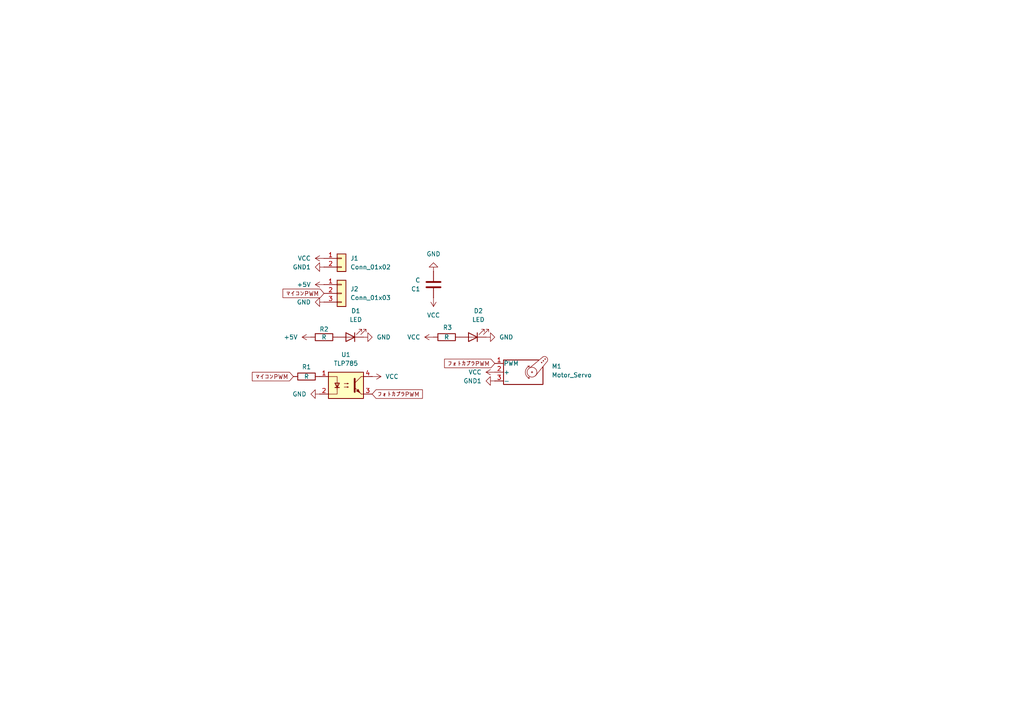
<source format=kicad_sch>
(kicad_sch
	(version 20231120)
	(generator "eeschema")
	(generator_version "8.0")
	(uuid "224f3757-c783-4d68-ba70-ee45364bed06")
	(paper "A4")
	(lib_symbols
		(symbol "Connector_Generic:Conn_01x02"
			(pin_names
				(offset 1.016) hide)
			(exclude_from_sim no)
			(in_bom yes)
			(on_board yes)
			(property "Reference" "J"
				(at 0 2.54 0)
				(effects
					(font
						(size 1.27 1.27)
					)
				)
			)
			(property "Value" "Conn_01x02"
				(at 0 -5.08 0)
				(effects
					(font
						(size 1.27 1.27)
					)
				)
			)
			(property "Footprint" ""
				(at 0 0 0)
				(effects
					(font
						(size 1.27 1.27)
					)
					(hide yes)
				)
			)
			(property "Datasheet" "~"
				(at 0 0 0)
				(effects
					(font
						(size 1.27 1.27)
					)
					(hide yes)
				)
			)
			(property "Description" "Generic connector, single row, 01x02, script generated (kicad-library-utils/schlib/autogen/connector/)"
				(at 0 0 0)
				(effects
					(font
						(size 1.27 1.27)
					)
					(hide yes)
				)
			)
			(property "ki_keywords" "connector"
				(at 0 0 0)
				(effects
					(font
						(size 1.27 1.27)
					)
					(hide yes)
				)
			)
			(property "ki_fp_filters" "Connector*:*_1x??_*"
				(at 0 0 0)
				(effects
					(font
						(size 1.27 1.27)
					)
					(hide yes)
				)
			)
			(symbol "Conn_01x02_1_1"
				(rectangle
					(start -1.27 -2.413)
					(end 0 -2.667)
					(stroke
						(width 0.1524)
						(type default)
					)
					(fill
						(type none)
					)
				)
				(rectangle
					(start -1.27 0.127)
					(end 0 -0.127)
					(stroke
						(width 0.1524)
						(type default)
					)
					(fill
						(type none)
					)
				)
				(rectangle
					(start -1.27 1.27)
					(end 1.27 -3.81)
					(stroke
						(width 0.254)
						(type default)
					)
					(fill
						(type background)
					)
				)
				(pin passive line
					(at -5.08 0 0)
					(length 3.81)
					(name "Pin_1"
						(effects
							(font
								(size 1.27 1.27)
							)
						)
					)
					(number "1"
						(effects
							(font
								(size 1.27 1.27)
							)
						)
					)
				)
				(pin passive line
					(at -5.08 -2.54 0)
					(length 3.81)
					(name "Pin_2"
						(effects
							(font
								(size 1.27 1.27)
							)
						)
					)
					(number "2"
						(effects
							(font
								(size 1.27 1.27)
							)
						)
					)
				)
			)
		)
		(symbol "Connector_Generic:Conn_01x03"
			(pin_names
				(offset 1.016) hide)
			(exclude_from_sim no)
			(in_bom yes)
			(on_board yes)
			(property "Reference" "J"
				(at 0 5.08 0)
				(effects
					(font
						(size 1.27 1.27)
					)
				)
			)
			(property "Value" "Conn_01x03"
				(at 0 -5.08 0)
				(effects
					(font
						(size 1.27 1.27)
					)
				)
			)
			(property "Footprint" ""
				(at 0 0 0)
				(effects
					(font
						(size 1.27 1.27)
					)
					(hide yes)
				)
			)
			(property "Datasheet" "~"
				(at 0 0 0)
				(effects
					(font
						(size 1.27 1.27)
					)
					(hide yes)
				)
			)
			(property "Description" "Generic connector, single row, 01x03, script generated (kicad-library-utils/schlib/autogen/connector/)"
				(at 0 0 0)
				(effects
					(font
						(size 1.27 1.27)
					)
					(hide yes)
				)
			)
			(property "ki_keywords" "connector"
				(at 0 0 0)
				(effects
					(font
						(size 1.27 1.27)
					)
					(hide yes)
				)
			)
			(property "ki_fp_filters" "Connector*:*_1x??_*"
				(at 0 0 0)
				(effects
					(font
						(size 1.27 1.27)
					)
					(hide yes)
				)
			)
			(symbol "Conn_01x03_1_1"
				(rectangle
					(start -1.27 -2.413)
					(end 0 -2.667)
					(stroke
						(width 0.1524)
						(type default)
					)
					(fill
						(type none)
					)
				)
				(rectangle
					(start -1.27 0.127)
					(end 0 -0.127)
					(stroke
						(width 0.1524)
						(type default)
					)
					(fill
						(type none)
					)
				)
				(rectangle
					(start -1.27 2.667)
					(end 0 2.413)
					(stroke
						(width 0.1524)
						(type default)
					)
					(fill
						(type none)
					)
				)
				(rectangle
					(start -1.27 3.81)
					(end 1.27 -3.81)
					(stroke
						(width 0.254)
						(type default)
					)
					(fill
						(type background)
					)
				)
				(pin passive line
					(at -5.08 2.54 0)
					(length 3.81)
					(name "Pin_1"
						(effects
							(font
								(size 1.27 1.27)
							)
						)
					)
					(number "1"
						(effects
							(font
								(size 1.27 1.27)
							)
						)
					)
				)
				(pin passive line
					(at -5.08 0 0)
					(length 3.81)
					(name "Pin_2"
						(effects
							(font
								(size 1.27 1.27)
							)
						)
					)
					(number "2"
						(effects
							(font
								(size 1.27 1.27)
							)
						)
					)
				)
				(pin passive line
					(at -5.08 -2.54 0)
					(length 3.81)
					(name "Pin_3"
						(effects
							(font
								(size 1.27 1.27)
							)
						)
					)
					(number "3"
						(effects
							(font
								(size 1.27 1.27)
							)
						)
					)
				)
			)
		)
		(symbol "Device:C"
			(pin_numbers hide)
			(pin_names
				(offset 0.254)
			)
			(exclude_from_sim no)
			(in_bom yes)
			(on_board yes)
			(property "Reference" "C"
				(at 0.635 2.54 0)
				(effects
					(font
						(size 1.27 1.27)
					)
					(justify left)
				)
			)
			(property "Value" "C"
				(at 0.635 -2.54 0)
				(effects
					(font
						(size 1.27 1.27)
					)
					(justify left)
				)
			)
			(property "Footprint" ""
				(at 0.9652 -3.81 0)
				(effects
					(font
						(size 1.27 1.27)
					)
					(hide yes)
				)
			)
			(property "Datasheet" "~"
				(at 0 0 0)
				(effects
					(font
						(size 1.27 1.27)
					)
					(hide yes)
				)
			)
			(property "Description" "Unpolarized capacitor"
				(at 0 0 0)
				(effects
					(font
						(size 1.27 1.27)
					)
					(hide yes)
				)
			)
			(property "ki_keywords" "cap capacitor"
				(at 0 0 0)
				(effects
					(font
						(size 1.27 1.27)
					)
					(hide yes)
				)
			)
			(property "ki_fp_filters" "C_*"
				(at 0 0 0)
				(effects
					(font
						(size 1.27 1.27)
					)
					(hide yes)
				)
			)
			(symbol "C_0_1"
				(polyline
					(pts
						(xy -2.032 -0.762) (xy 2.032 -0.762)
					)
					(stroke
						(width 0.508)
						(type default)
					)
					(fill
						(type none)
					)
				)
				(polyline
					(pts
						(xy -2.032 0.762) (xy 2.032 0.762)
					)
					(stroke
						(width 0.508)
						(type default)
					)
					(fill
						(type none)
					)
				)
			)
			(symbol "C_1_1"
				(pin passive line
					(at 0 3.81 270)
					(length 2.794)
					(name "~"
						(effects
							(font
								(size 1.27 1.27)
							)
						)
					)
					(number "1"
						(effects
							(font
								(size 1.27 1.27)
							)
						)
					)
				)
				(pin passive line
					(at 0 -3.81 90)
					(length 2.794)
					(name "~"
						(effects
							(font
								(size 1.27 1.27)
							)
						)
					)
					(number "2"
						(effects
							(font
								(size 1.27 1.27)
							)
						)
					)
				)
			)
		)
		(symbol "Device:LED"
			(pin_numbers hide)
			(pin_names
				(offset 1.016) hide)
			(exclude_from_sim no)
			(in_bom yes)
			(on_board yes)
			(property "Reference" "D"
				(at 0 2.54 0)
				(effects
					(font
						(size 1.27 1.27)
					)
				)
			)
			(property "Value" "LED"
				(at 0 -2.54 0)
				(effects
					(font
						(size 1.27 1.27)
					)
				)
			)
			(property "Footprint" ""
				(at 0 0 0)
				(effects
					(font
						(size 1.27 1.27)
					)
					(hide yes)
				)
			)
			(property "Datasheet" "~"
				(at 0 0 0)
				(effects
					(font
						(size 1.27 1.27)
					)
					(hide yes)
				)
			)
			(property "Description" "Light emitting diode"
				(at 0 0 0)
				(effects
					(font
						(size 1.27 1.27)
					)
					(hide yes)
				)
			)
			(property "ki_keywords" "LED diode"
				(at 0 0 0)
				(effects
					(font
						(size 1.27 1.27)
					)
					(hide yes)
				)
			)
			(property "ki_fp_filters" "LED* LED_SMD:* LED_THT:*"
				(at 0 0 0)
				(effects
					(font
						(size 1.27 1.27)
					)
					(hide yes)
				)
			)
			(symbol "LED_0_1"
				(polyline
					(pts
						(xy -1.27 -1.27) (xy -1.27 1.27)
					)
					(stroke
						(width 0.254)
						(type default)
					)
					(fill
						(type none)
					)
				)
				(polyline
					(pts
						(xy -1.27 0) (xy 1.27 0)
					)
					(stroke
						(width 0)
						(type default)
					)
					(fill
						(type none)
					)
				)
				(polyline
					(pts
						(xy 1.27 -1.27) (xy 1.27 1.27) (xy -1.27 0) (xy 1.27 -1.27)
					)
					(stroke
						(width 0.254)
						(type default)
					)
					(fill
						(type none)
					)
				)
				(polyline
					(pts
						(xy -3.048 -0.762) (xy -4.572 -2.286) (xy -3.81 -2.286) (xy -4.572 -2.286) (xy -4.572 -1.524)
					)
					(stroke
						(width 0)
						(type default)
					)
					(fill
						(type none)
					)
				)
				(polyline
					(pts
						(xy -1.778 -0.762) (xy -3.302 -2.286) (xy -2.54 -2.286) (xy -3.302 -2.286) (xy -3.302 -1.524)
					)
					(stroke
						(width 0)
						(type default)
					)
					(fill
						(type none)
					)
				)
			)
			(symbol "LED_1_1"
				(pin passive line
					(at -3.81 0 0)
					(length 2.54)
					(name "K"
						(effects
							(font
								(size 1.27 1.27)
							)
						)
					)
					(number "1"
						(effects
							(font
								(size 1.27 1.27)
							)
						)
					)
				)
				(pin passive line
					(at 3.81 0 180)
					(length 2.54)
					(name "A"
						(effects
							(font
								(size 1.27 1.27)
							)
						)
					)
					(number "2"
						(effects
							(font
								(size 1.27 1.27)
							)
						)
					)
				)
			)
		)
		(symbol "Device:R"
			(pin_numbers hide)
			(pin_names
				(offset 0)
			)
			(exclude_from_sim no)
			(in_bom yes)
			(on_board yes)
			(property "Reference" "R"
				(at 2.032 0 90)
				(effects
					(font
						(size 1.27 1.27)
					)
				)
			)
			(property "Value" "R"
				(at 0 0 90)
				(effects
					(font
						(size 1.27 1.27)
					)
				)
			)
			(property "Footprint" ""
				(at -1.778 0 90)
				(effects
					(font
						(size 1.27 1.27)
					)
					(hide yes)
				)
			)
			(property "Datasheet" "~"
				(at 0 0 0)
				(effects
					(font
						(size 1.27 1.27)
					)
					(hide yes)
				)
			)
			(property "Description" "Resistor"
				(at 0 0 0)
				(effects
					(font
						(size 1.27 1.27)
					)
					(hide yes)
				)
			)
			(property "ki_keywords" "R res resistor"
				(at 0 0 0)
				(effects
					(font
						(size 1.27 1.27)
					)
					(hide yes)
				)
			)
			(property "ki_fp_filters" "R_*"
				(at 0 0 0)
				(effects
					(font
						(size 1.27 1.27)
					)
					(hide yes)
				)
			)
			(symbol "R_0_1"
				(rectangle
					(start -1.016 -2.54)
					(end 1.016 2.54)
					(stroke
						(width 0.254)
						(type default)
					)
					(fill
						(type none)
					)
				)
			)
			(symbol "R_1_1"
				(pin passive line
					(at 0 3.81 270)
					(length 1.27)
					(name "~"
						(effects
							(font
								(size 1.27 1.27)
							)
						)
					)
					(number "1"
						(effects
							(font
								(size 1.27 1.27)
							)
						)
					)
				)
				(pin passive line
					(at 0 -3.81 90)
					(length 1.27)
					(name "~"
						(effects
							(font
								(size 1.27 1.27)
							)
						)
					)
					(number "2"
						(effects
							(font
								(size 1.27 1.27)
							)
						)
					)
				)
			)
		)
		(symbol "Isolator:TLP785"
			(pin_names
				(offset 1.016)
			)
			(exclude_from_sim no)
			(in_bom yes)
			(on_board yes)
			(property "Reference" "U"
				(at -5.08 5.08 0)
				(effects
					(font
						(size 1.27 1.27)
					)
					(justify left)
				)
			)
			(property "Value" "TLP785"
				(at 0 5.08 0)
				(effects
					(font
						(size 1.27 1.27)
					)
					(justify left)
				)
			)
			(property "Footprint" "Package_DIP:DIP-4_W7.62mm"
				(at -5.08 -5.08 0)
				(effects
					(font
						(size 1.27 1.27)
						(italic yes)
					)
					(justify left)
					(hide yes)
				)
			)
			(property "Datasheet" "https://toshiba.semicon-storage.com/info/docget.jsp?did=10569&prodName=TLP785"
				(at 0 0 0)
				(effects
					(font
						(size 1.27 1.27)
					)
					(justify left)
					(hide yes)
				)
			)
			(property "Description" "DC Optocoupler, Vce 80V, CTR 50-200%, DIP4"
				(at 0 0 0)
				(effects
					(font
						(size 1.27 1.27)
					)
					(hide yes)
				)
			)
			(property "ki_keywords" "NPN DC Optocoupler"
				(at 0 0 0)
				(effects
					(font
						(size 1.27 1.27)
					)
					(hide yes)
				)
			)
			(property "ki_fp_filters" "DIP*W7.62mm*"
				(at 0 0 0)
				(effects
					(font
						(size 1.27 1.27)
					)
					(hide yes)
				)
			)
			(symbol "TLP785_0_1"
				(rectangle
					(start -5.08 3.81)
					(end 5.08 -3.81)
					(stroke
						(width 0.254)
						(type default)
					)
					(fill
						(type background)
					)
				)
				(polyline
					(pts
						(xy -3.175 -0.635) (xy -1.905 -0.635)
					)
					(stroke
						(width 0.254)
						(type default)
					)
					(fill
						(type none)
					)
				)
				(polyline
					(pts
						(xy 2.54 0.635) (xy 4.445 2.54)
					)
					(stroke
						(width 0)
						(type default)
					)
					(fill
						(type none)
					)
				)
				(polyline
					(pts
						(xy 4.445 -2.54) (xy 2.54 -0.635)
					)
					(stroke
						(width 0)
						(type default)
					)
					(fill
						(type outline)
					)
				)
				(polyline
					(pts
						(xy 4.445 -2.54) (xy 5.08 -2.54)
					)
					(stroke
						(width 0)
						(type default)
					)
					(fill
						(type none)
					)
				)
				(polyline
					(pts
						(xy 4.445 2.54) (xy 5.08 2.54)
					)
					(stroke
						(width 0)
						(type default)
					)
					(fill
						(type none)
					)
				)
				(polyline
					(pts
						(xy -2.54 -0.635) (xy -2.54 -2.54) (xy -5.08 -2.54)
					)
					(stroke
						(width 0)
						(type default)
					)
					(fill
						(type none)
					)
				)
				(polyline
					(pts
						(xy 2.54 1.905) (xy 2.54 -1.905) (xy 2.54 -1.905)
					)
					(stroke
						(width 0.508)
						(type default)
					)
					(fill
						(type none)
					)
				)
				(polyline
					(pts
						(xy -5.08 2.54) (xy -2.54 2.54) (xy -2.54 -1.27) (xy -2.54 0.635)
					)
					(stroke
						(width 0)
						(type default)
					)
					(fill
						(type none)
					)
				)
				(polyline
					(pts
						(xy -2.54 -0.635) (xy -3.175 0.635) (xy -1.905 0.635) (xy -2.54 -0.635)
					)
					(stroke
						(width 0.254)
						(type default)
					)
					(fill
						(type none)
					)
				)
				(polyline
					(pts
						(xy -0.508 -0.508) (xy 0.762 -0.508) (xy 0.381 -0.635) (xy 0.381 -0.381) (xy 0.762 -0.508)
					)
					(stroke
						(width 0)
						(type default)
					)
					(fill
						(type none)
					)
				)
				(polyline
					(pts
						(xy -0.508 0.508) (xy 0.762 0.508) (xy 0.381 0.381) (xy 0.381 0.635) (xy 0.762 0.508)
					)
					(stroke
						(width 0)
						(type default)
					)
					(fill
						(type none)
					)
				)
				(polyline
					(pts
						(xy 3.048 -1.651) (xy 3.556 -1.143) (xy 4.064 -2.159) (xy 3.048 -1.651) (xy 3.048 -1.651)
					)
					(stroke
						(width 0)
						(type default)
					)
					(fill
						(type outline)
					)
				)
			)
			(symbol "TLP785_1_1"
				(pin passive line
					(at -7.62 2.54 0)
					(length 2.54)
					(name "~"
						(effects
							(font
								(size 1.27 1.27)
							)
						)
					)
					(number "1"
						(effects
							(font
								(size 1.27 1.27)
							)
						)
					)
				)
				(pin passive line
					(at -7.62 -2.54 0)
					(length 2.54)
					(name "~"
						(effects
							(font
								(size 1.27 1.27)
							)
						)
					)
					(number "2"
						(effects
							(font
								(size 1.27 1.27)
							)
						)
					)
				)
				(pin passive line
					(at 7.62 -2.54 180)
					(length 2.54)
					(name "~"
						(effects
							(font
								(size 1.27 1.27)
							)
						)
					)
					(number "3"
						(effects
							(font
								(size 1.27 1.27)
							)
						)
					)
				)
				(pin passive line
					(at 7.62 2.54 180)
					(length 2.54)
					(name "~"
						(effects
							(font
								(size 1.27 1.27)
							)
						)
					)
					(number "4"
						(effects
							(font
								(size 1.27 1.27)
							)
						)
					)
				)
			)
		)
		(symbol "Motor:Motor_Servo"
			(pin_names
				(offset 0.0254)
			)
			(exclude_from_sim no)
			(in_bom yes)
			(on_board yes)
			(property "Reference" "M"
				(at -5.08 4.445 0)
				(effects
					(font
						(size 1.27 1.27)
					)
					(justify left)
				)
			)
			(property "Value" "Motor_Servo"
				(at -5.08 -4.064 0)
				(effects
					(font
						(size 1.27 1.27)
					)
					(justify left top)
				)
			)
			(property "Footprint" ""
				(at 0 -4.826 0)
				(effects
					(font
						(size 1.27 1.27)
					)
					(hide yes)
				)
			)
			(property "Datasheet" "http://forums.parallax.com/uploads/attachments/46831/74481.png"
				(at 0 -4.826 0)
				(effects
					(font
						(size 1.27 1.27)
					)
					(hide yes)
				)
			)
			(property "Description" "Servo Motor (Futaba, HiTec, JR connector)"
				(at 0 0 0)
				(effects
					(font
						(size 1.27 1.27)
					)
					(hide yes)
				)
			)
			(property "ki_keywords" "Servo Motor"
				(at 0 0 0)
				(effects
					(font
						(size 1.27 1.27)
					)
					(hide yes)
				)
			)
			(property "ki_fp_filters" "PinHeader*P2.54mm*"
				(at 0 0 0)
				(effects
					(font
						(size 1.27 1.27)
					)
					(hide yes)
				)
			)
			(symbol "Motor_Servo_0_1"
				(polyline
					(pts
						(xy 2.413 -1.778) (xy 2.032 -1.778)
					)
					(stroke
						(width 0)
						(type default)
					)
					(fill
						(type none)
					)
				)
				(polyline
					(pts
						(xy 2.413 -1.778) (xy 2.286 -1.397)
					)
					(stroke
						(width 0)
						(type default)
					)
					(fill
						(type none)
					)
				)
				(polyline
					(pts
						(xy 2.413 1.778) (xy 1.905 1.778)
					)
					(stroke
						(width 0)
						(type default)
					)
					(fill
						(type none)
					)
				)
				(polyline
					(pts
						(xy 2.413 1.778) (xy 2.286 1.397)
					)
					(stroke
						(width 0)
						(type default)
					)
					(fill
						(type none)
					)
				)
				(polyline
					(pts
						(xy 6.35 4.445) (xy 2.54 1.27)
					)
					(stroke
						(width 0)
						(type default)
					)
					(fill
						(type none)
					)
				)
				(polyline
					(pts
						(xy 7.62 3.175) (xy 4.191 -1.016)
					)
					(stroke
						(width 0)
						(type default)
					)
					(fill
						(type none)
					)
				)
				(polyline
					(pts
						(xy 5.08 3.556) (xy -5.08 3.556) (xy -5.08 -3.556) (xy 6.35 -3.556) (xy 6.35 1.524)
					)
					(stroke
						(width 0.254)
						(type default)
					)
					(fill
						(type none)
					)
				)
				(arc
					(start 2.413 1.778)
					(mid 1.2406 0)
					(end 2.413 -1.778)
					(stroke
						(width 0)
						(type default)
					)
					(fill
						(type none)
					)
				)
				(circle
					(center 3.175 0)
					(radius 0.1778)
					(stroke
						(width 0)
						(type default)
					)
					(fill
						(type none)
					)
				)
				(circle
					(center 3.175 0)
					(radius 1.4224)
					(stroke
						(width 0)
						(type default)
					)
					(fill
						(type none)
					)
				)
				(circle
					(center 5.969 2.794)
					(radius 0.127)
					(stroke
						(width 0)
						(type default)
					)
					(fill
						(type none)
					)
				)
				(circle
					(center 6.477 3.302)
					(radius 0.127)
					(stroke
						(width 0)
						(type default)
					)
					(fill
						(type none)
					)
				)
				(circle
					(center 6.985 3.81)
					(radius 0.127)
					(stroke
						(width 0)
						(type default)
					)
					(fill
						(type none)
					)
				)
				(arc
					(start 7.62 3.175)
					(mid 7.4485 4.2735)
					(end 6.35 4.445)
					(stroke
						(width 0)
						(type default)
					)
					(fill
						(type none)
					)
				)
			)
			(symbol "Motor_Servo_1_1"
				(pin passive line
					(at -7.62 2.54 0)
					(length 2.54)
					(name "PWM"
						(effects
							(font
								(size 1.27 1.27)
							)
						)
					)
					(number "1"
						(effects
							(font
								(size 1.27 1.27)
							)
						)
					)
				)
				(pin passive line
					(at -7.62 0 0)
					(length 2.54)
					(name "+"
						(effects
							(font
								(size 1.27 1.27)
							)
						)
					)
					(number "2"
						(effects
							(font
								(size 1.27 1.27)
							)
						)
					)
				)
				(pin passive line
					(at -7.62 -2.54 0)
					(length 2.54)
					(name "-"
						(effects
							(font
								(size 1.27 1.27)
							)
						)
					)
					(number "3"
						(effects
							(font
								(size 1.27 1.27)
							)
						)
					)
				)
			)
		)
		(symbol "power:+5V"
			(power)
			(pin_numbers hide)
			(pin_names
				(offset 0) hide)
			(exclude_from_sim no)
			(in_bom yes)
			(on_board yes)
			(property "Reference" "#PWR"
				(at 0 -3.81 0)
				(effects
					(font
						(size 1.27 1.27)
					)
					(hide yes)
				)
			)
			(property "Value" "+5V"
				(at 0 3.556 0)
				(effects
					(font
						(size 1.27 1.27)
					)
				)
			)
			(property "Footprint" ""
				(at 0 0 0)
				(effects
					(font
						(size 1.27 1.27)
					)
					(hide yes)
				)
			)
			(property "Datasheet" ""
				(at 0 0 0)
				(effects
					(font
						(size 1.27 1.27)
					)
					(hide yes)
				)
			)
			(property "Description" "Power symbol creates a global label with name \"+5V\""
				(at 0 0 0)
				(effects
					(font
						(size 1.27 1.27)
					)
					(hide yes)
				)
			)
			(property "ki_keywords" "global power"
				(at 0 0 0)
				(effects
					(font
						(size 1.27 1.27)
					)
					(hide yes)
				)
			)
			(symbol "+5V_0_1"
				(polyline
					(pts
						(xy -0.762 1.27) (xy 0 2.54)
					)
					(stroke
						(width 0)
						(type default)
					)
					(fill
						(type none)
					)
				)
				(polyline
					(pts
						(xy 0 0) (xy 0 2.54)
					)
					(stroke
						(width 0)
						(type default)
					)
					(fill
						(type none)
					)
				)
				(polyline
					(pts
						(xy 0 2.54) (xy 0.762 1.27)
					)
					(stroke
						(width 0)
						(type default)
					)
					(fill
						(type none)
					)
				)
			)
			(symbol "+5V_1_1"
				(pin power_in line
					(at 0 0 90)
					(length 0)
					(name "~"
						(effects
							(font
								(size 1.27 1.27)
							)
						)
					)
					(number "1"
						(effects
							(font
								(size 1.27 1.27)
							)
						)
					)
				)
			)
		)
		(symbol "power:GND"
			(power)
			(pin_numbers hide)
			(pin_names
				(offset 0) hide)
			(exclude_from_sim no)
			(in_bom yes)
			(on_board yes)
			(property "Reference" "#PWR"
				(at 0 -6.35 0)
				(effects
					(font
						(size 1.27 1.27)
					)
					(hide yes)
				)
			)
			(property "Value" "GND"
				(at 0 -3.81 0)
				(effects
					(font
						(size 1.27 1.27)
					)
				)
			)
			(property "Footprint" ""
				(at 0 0 0)
				(effects
					(font
						(size 1.27 1.27)
					)
					(hide yes)
				)
			)
			(property "Datasheet" ""
				(at 0 0 0)
				(effects
					(font
						(size 1.27 1.27)
					)
					(hide yes)
				)
			)
			(property "Description" "Power symbol creates a global label with name \"GND\" , ground"
				(at 0 0 0)
				(effects
					(font
						(size 1.27 1.27)
					)
					(hide yes)
				)
			)
			(property "ki_keywords" "global power"
				(at 0 0 0)
				(effects
					(font
						(size 1.27 1.27)
					)
					(hide yes)
				)
			)
			(symbol "GND_0_1"
				(polyline
					(pts
						(xy 0 0) (xy 0 -1.27) (xy 1.27 -1.27) (xy 0 -2.54) (xy -1.27 -1.27) (xy 0 -1.27)
					)
					(stroke
						(width 0)
						(type default)
					)
					(fill
						(type none)
					)
				)
			)
			(symbol "GND_1_1"
				(pin power_in line
					(at 0 0 270)
					(length 0)
					(name "~"
						(effects
							(font
								(size 1.27 1.27)
							)
						)
					)
					(number "1"
						(effects
							(font
								(size 1.27 1.27)
							)
						)
					)
				)
			)
		)
		(symbol "power:GND1"
			(power)
			(pin_numbers hide)
			(pin_names
				(offset 0) hide)
			(exclude_from_sim no)
			(in_bom yes)
			(on_board yes)
			(property "Reference" "#PWR"
				(at 0 -6.35 0)
				(effects
					(font
						(size 1.27 1.27)
					)
					(hide yes)
				)
			)
			(property "Value" "GND1"
				(at 0 -3.81 0)
				(effects
					(font
						(size 1.27 1.27)
					)
				)
			)
			(property "Footprint" ""
				(at 0 0 0)
				(effects
					(font
						(size 1.27 1.27)
					)
					(hide yes)
				)
			)
			(property "Datasheet" ""
				(at 0 0 0)
				(effects
					(font
						(size 1.27 1.27)
					)
					(hide yes)
				)
			)
			(property "Description" "Power symbol creates a global label with name \"GND1\" , ground"
				(at 0 0 0)
				(effects
					(font
						(size 1.27 1.27)
					)
					(hide yes)
				)
			)
			(property "ki_keywords" "global power"
				(at 0 0 0)
				(effects
					(font
						(size 1.27 1.27)
					)
					(hide yes)
				)
			)
			(symbol "GND1_0_1"
				(polyline
					(pts
						(xy 0 0) (xy 0 -1.27) (xy 1.27 -1.27) (xy 0 -2.54) (xy -1.27 -1.27) (xy 0 -1.27)
					)
					(stroke
						(width 0)
						(type default)
					)
					(fill
						(type none)
					)
				)
			)
			(symbol "GND1_1_1"
				(pin power_in line
					(at 0 0 270)
					(length 0)
					(name "~"
						(effects
							(font
								(size 1.27 1.27)
							)
						)
					)
					(number "1"
						(effects
							(font
								(size 1.27 1.27)
							)
						)
					)
				)
			)
		)
		(symbol "power:VCC"
			(power)
			(pin_numbers hide)
			(pin_names
				(offset 0) hide)
			(exclude_from_sim no)
			(in_bom yes)
			(on_board yes)
			(property "Reference" "#PWR"
				(at 0 -3.81 0)
				(effects
					(font
						(size 1.27 1.27)
					)
					(hide yes)
				)
			)
			(property "Value" "VCC"
				(at 0 3.556 0)
				(effects
					(font
						(size 1.27 1.27)
					)
				)
			)
			(property "Footprint" ""
				(at 0 0 0)
				(effects
					(font
						(size 1.27 1.27)
					)
					(hide yes)
				)
			)
			(property "Datasheet" ""
				(at 0 0 0)
				(effects
					(font
						(size 1.27 1.27)
					)
					(hide yes)
				)
			)
			(property "Description" "Power symbol creates a global label with name \"VCC\""
				(at 0 0 0)
				(effects
					(font
						(size 1.27 1.27)
					)
					(hide yes)
				)
			)
			(property "ki_keywords" "global power"
				(at 0 0 0)
				(effects
					(font
						(size 1.27 1.27)
					)
					(hide yes)
				)
			)
			(symbol "VCC_0_1"
				(polyline
					(pts
						(xy -0.762 1.27) (xy 0 2.54)
					)
					(stroke
						(width 0)
						(type default)
					)
					(fill
						(type none)
					)
				)
				(polyline
					(pts
						(xy 0 0) (xy 0 2.54)
					)
					(stroke
						(width 0)
						(type default)
					)
					(fill
						(type none)
					)
				)
				(polyline
					(pts
						(xy 0 2.54) (xy 0.762 1.27)
					)
					(stroke
						(width 0)
						(type default)
					)
					(fill
						(type none)
					)
				)
			)
			(symbol "VCC_1_1"
				(pin power_in line
					(at 0 0 90)
					(length 0)
					(name "~"
						(effects
							(font
								(size 1.27 1.27)
							)
						)
					)
					(number "1"
						(effects
							(font
								(size 1.27 1.27)
							)
						)
					)
				)
			)
		)
	)
	(global_label "マイコンPWM"
		(shape input)
		(at 85.09 109.22 180)
		(fields_autoplaced yes)
		(effects
			(font
				(size 1.27 1.27)
			)
			(justify right)
		)
		(uuid "2b618b2c-9aa2-4a6b-830a-2be72c9b91a1")
		(property "Intersheetrefs" "${INTERSHEET_REFS}"
			(at 72.61 109.22 0)
			(effects
				(font
					(size 1.27 1.27)
				)
				(justify right)
				(hide yes)
			)
		)
	)
	(global_label "マイコンPWM"
		(shape input)
		(at 93.98 85.09 180)
		(fields_autoplaced yes)
		(effects
			(font
				(size 1.27 1.27)
			)
			(justify right)
		)
		(uuid "57d5cd50-ca5c-48bc-8378-9fc09fb731cb")
		(property "Intersheetrefs" "${INTERSHEET_REFS}"
			(at 81.5 85.09 0)
			(effects
				(font
					(size 1.27 1.27)
				)
				(justify right)
				(hide yes)
			)
		)
	)
	(global_label "フォトカプラPWM"
		(shape input)
		(at 143.51 105.41 180)
		(fields_autoplaced yes)
		(effects
			(font
				(size 1.27 1.27)
			)
			(justify right)
		)
		(uuid "60ab7830-637c-4b8a-b65a-f111c199a01d")
		(property "Intersheetrefs" "${INTERSHEET_REFS}"
			(at 128.369 105.41 0)
			(effects
				(font
					(size 1.27 1.27)
				)
				(justify right)
				(hide yes)
			)
		)
	)
	(global_label "フォトカプラPWM"
		(shape input)
		(at 107.95 114.3 0)
		(fields_autoplaced yes)
		(effects
			(font
				(size 1.27 1.27)
			)
			(justify left)
		)
		(uuid "7fff0324-9bb4-4175-94e4-96fff715a84e")
		(property "Intersheetrefs" "${INTERSHEET_REFS}"
			(at 123.091 114.3 0)
			(effects
				(font
					(size 1.27 1.27)
				)
				(justify left)
				(hide yes)
			)
		)
	)
	(symbol
		(lib_id "power:GND1")
		(at 93.98 77.47 270)
		(unit 1)
		(exclude_from_sim no)
		(in_bom yes)
		(on_board yes)
		(dnp no)
		(fields_autoplaced yes)
		(uuid "1c5fdcfd-92fb-4e09-ba53-e27d8a11872d")
		(property "Reference" "#PWR04"
			(at 87.63 77.47 0)
			(effects
				(font
					(size 1.27 1.27)
				)
				(hide yes)
			)
		)
		(property "Value" "GND1"
			(at 90.17 77.4699 90)
			(effects
				(font
					(size 1.27 1.27)
				)
				(justify right)
			)
		)
		(property "Footprint" ""
			(at 93.98 77.47 0)
			(effects
				(font
					(size 1.27 1.27)
				)
				(hide yes)
			)
		)
		(property "Datasheet" ""
			(at 93.98 77.47 0)
			(effects
				(font
					(size 1.27 1.27)
				)
				(hide yes)
			)
		)
		(property "Description" "Power symbol creates a global label with name \"GND1\" , ground"
			(at 93.98 77.47 0)
			(effects
				(font
					(size 1.27 1.27)
				)
				(hide yes)
			)
		)
		(pin "1"
			(uuid "e6dd9c4e-a98a-46b7-afa9-4cb4aafa680f")
		)
		(instances
			(project ""
				(path "/224f3757-c783-4d68-ba70-ee45364bed06"
					(reference "#PWR04")
					(unit 1)
				)
			)
		)
	)
	(symbol
		(lib_id "power:VCC")
		(at 125.73 86.36 180)
		(unit 1)
		(exclude_from_sim no)
		(in_bom yes)
		(on_board yes)
		(dnp no)
		(fields_autoplaced yes)
		(uuid "1f244745-6d26-408f-a9c3-7daa977beddf")
		(property "Reference" "#PWR07"
			(at 125.73 82.55 0)
			(effects
				(font
					(size 1.27 1.27)
				)
				(hide yes)
			)
		)
		(property "Value" "VCC"
			(at 125.73 91.44 0)
			(effects
				(font
					(size 1.27 1.27)
				)
			)
		)
		(property "Footprint" ""
			(at 125.73 86.36 0)
			(effects
				(font
					(size 1.27 1.27)
				)
				(hide yes)
			)
		)
		(property "Datasheet" ""
			(at 125.73 86.36 0)
			(effects
				(font
					(size 1.27 1.27)
				)
				(hide yes)
			)
		)
		(property "Description" "Power symbol creates a global label with name \"VCC\""
			(at 125.73 86.36 0)
			(effects
				(font
					(size 1.27 1.27)
				)
				(hide yes)
			)
		)
		(pin "1"
			(uuid "717ed246-570a-4e5c-9d03-9334bf6835e5")
		)
		(instances
			(project ""
				(path "/224f3757-c783-4d68-ba70-ee45364bed06"
					(reference "#PWR07")
					(unit 1)
				)
			)
		)
	)
	(symbol
		(lib_id "power:VCC")
		(at 107.95 109.22 270)
		(unit 1)
		(exclude_from_sim no)
		(in_bom yes)
		(on_board yes)
		(dnp no)
		(fields_autoplaced yes)
		(uuid "232f7285-bbeb-47ab-9cc6-c09c7e4e1366")
		(property "Reference" "#PWR09"
			(at 104.14 109.22 0)
			(effects
				(font
					(size 1.27 1.27)
				)
				(hide yes)
			)
		)
		(property "Value" "VCC"
			(at 111.76 109.2199 90)
			(effects
				(font
					(size 1.27 1.27)
				)
				(justify left)
			)
		)
		(property "Footprint" ""
			(at 107.95 109.22 0)
			(effects
				(font
					(size 1.27 1.27)
				)
				(hide yes)
			)
		)
		(property "Datasheet" ""
			(at 107.95 109.22 0)
			(effects
				(font
					(size 1.27 1.27)
				)
				(hide yes)
			)
		)
		(property "Description" "Power symbol creates a global label with name \"VCC\""
			(at 107.95 109.22 0)
			(effects
				(font
					(size 1.27 1.27)
				)
				(hide yes)
			)
		)
		(pin "1"
			(uuid "ac2ee79a-9597-4f6f-af21-62b093d38ccf")
		)
		(instances
			(project ""
				(path "/224f3757-c783-4d68-ba70-ee45364bed06"
					(reference "#PWR09")
					(unit 1)
				)
			)
		)
	)
	(symbol
		(lib_id "Device:R")
		(at 88.9 109.22 90)
		(unit 1)
		(exclude_from_sim no)
		(in_bom yes)
		(on_board yes)
		(dnp no)
		(uuid "33e35bb5-014b-49f9-bba4-522124fd839c")
		(property "Reference" "R1"
			(at 88.9 106.426 90)
			(effects
				(font
					(size 1.27 1.27)
				)
			)
		)
		(property "Value" "R"
			(at 88.9 109.22 90)
			(effects
				(font
					(size 1.27 1.27)
				)
			)
		)
		(property "Footprint" "Resistor_THT:R_Axial_DIN0207_L6.3mm_D2.5mm_P10.16mm_Horizontal"
			(at 88.9 110.998 90)
			(effects
				(font
					(size 1.27 1.27)
				)
				(hide yes)
			)
		)
		(property "Datasheet" "~"
			(at 88.9 109.22 0)
			(effects
				(font
					(size 1.27 1.27)
				)
				(hide yes)
			)
		)
		(property "Description" "Resistor"
			(at 88.9 109.22 0)
			(effects
				(font
					(size 1.27 1.27)
				)
				(hide yes)
			)
		)
		(pin "2"
			(uuid "db77ed8d-25ba-4db4-a2d5-7569b1e4f006")
		)
		(pin "1"
			(uuid "c1114f26-42e9-4d5a-8e89-75a170f0b043")
		)
		(instances
			(project ""
				(path "/224f3757-c783-4d68-ba70-ee45364bed06"
					(reference "R1")
					(unit 1)
				)
			)
		)
	)
	(symbol
		(lib_id "power:GND")
		(at 92.71 114.3 270)
		(unit 1)
		(exclude_from_sim no)
		(in_bom yes)
		(on_board yes)
		(dnp no)
		(fields_autoplaced yes)
		(uuid "3961dad4-a4f5-4d5d-b92a-c99d581de4c3")
		(property "Reference" "#PWR01"
			(at 86.36 114.3 0)
			(effects
				(font
					(size 1.27 1.27)
				)
				(hide yes)
			)
		)
		(property "Value" "GND"
			(at 88.9 114.2999 90)
			(effects
				(font
					(size 1.27 1.27)
				)
				(justify right)
			)
		)
		(property "Footprint" ""
			(at 92.71 114.3 0)
			(effects
				(font
					(size 1.27 1.27)
				)
				(hide yes)
			)
		)
		(property "Datasheet" ""
			(at 92.71 114.3 0)
			(effects
				(font
					(size 1.27 1.27)
				)
				(hide yes)
			)
		)
		(property "Description" "Power symbol creates a global label with name \"GND\" , ground"
			(at 92.71 114.3 0)
			(effects
				(font
					(size 1.27 1.27)
				)
				(hide yes)
			)
		)
		(pin "1"
			(uuid "2194c551-0f12-456a-900b-3669ce2ef5e3")
		)
		(instances
			(project ""
				(path "/224f3757-c783-4d68-ba70-ee45364bed06"
					(reference "#PWR01")
					(unit 1)
				)
			)
		)
	)
	(symbol
		(lib_id "Device:R")
		(at 129.54 97.79 90)
		(unit 1)
		(exclude_from_sim no)
		(in_bom yes)
		(on_board yes)
		(dnp no)
		(uuid "3f681dd2-c182-44be-a1df-25228b251cd2")
		(property "Reference" "R3"
			(at 129.794 94.996 90)
			(effects
				(font
					(size 1.27 1.27)
				)
			)
		)
		(property "Value" "R"
			(at 129.54 97.79 90)
			(effects
				(font
					(size 1.27 1.27)
				)
			)
		)
		(property "Footprint" "Resistor_THT:R_Axial_DIN0207_L6.3mm_D2.5mm_P10.16mm_Horizontal"
			(at 129.54 99.568 90)
			(effects
				(font
					(size 1.27 1.27)
				)
				(hide yes)
			)
		)
		(property "Datasheet" "~"
			(at 129.54 97.79 0)
			(effects
				(font
					(size 1.27 1.27)
				)
				(hide yes)
			)
		)
		(property "Description" "Resistor"
			(at 129.54 97.79 0)
			(effects
				(font
					(size 1.27 1.27)
				)
				(hide yes)
			)
		)
		(pin "2"
			(uuid "ffca39c1-874a-4da2-b382-a1a0015931cb")
		)
		(pin "1"
			(uuid "b1c98a66-5307-49a3-965f-70067b9ee830")
		)
		(instances
			(project ""
				(path "/224f3757-c783-4d68-ba70-ee45364bed06"
					(reference "R3")
					(unit 1)
				)
			)
		)
	)
	(symbol
		(lib_id "Connector_Generic:Conn_01x03")
		(at 99.06 85.09 0)
		(unit 1)
		(exclude_from_sim no)
		(in_bom yes)
		(on_board yes)
		(dnp no)
		(fields_autoplaced yes)
		(uuid "49f4ce64-f61e-4abc-a408-f38114182829")
		(property "Reference" "J2"
			(at 101.6 83.8199 0)
			(effects
				(font
					(size 1.27 1.27)
				)
				(justify left)
			)
		)
		(property "Value" "Conn_01x03"
			(at 101.6 86.3599 0)
			(effects
				(font
					(size 1.27 1.27)
				)
				(justify left)
			)
		)
		(property "Footprint" "Connector_JST:JST_XA_S03B-XASK-1_1x03_P2.50mm_Horizontal"
			(at 99.06 85.09 0)
			(effects
				(font
					(size 1.27 1.27)
				)
				(hide yes)
			)
		)
		(property "Datasheet" "~"
			(at 99.06 85.09 0)
			(effects
				(font
					(size 1.27 1.27)
				)
				(hide yes)
			)
		)
		(property "Description" "Generic connector, single row, 01x03, script generated (kicad-library-utils/schlib/autogen/connector/)"
			(at 99.06 85.09 0)
			(effects
				(font
					(size 1.27 1.27)
				)
				(hide yes)
			)
		)
		(pin "1"
			(uuid "4fed2438-b13d-4554-86bb-a17bdeb1b82a")
		)
		(pin "2"
			(uuid "5559a0e4-faff-4633-9015-4b6e62f7806b")
		)
		(pin "3"
			(uuid "59ecbf17-680b-447b-86c8-baaf81746bfa")
		)
		(instances
			(project ""
				(path "/224f3757-c783-4d68-ba70-ee45364bed06"
					(reference "J2")
					(unit 1)
				)
			)
		)
	)
	(symbol
		(lib_id "power:GND1")
		(at 143.51 110.49 270)
		(unit 1)
		(exclude_from_sim no)
		(in_bom yes)
		(on_board yes)
		(dnp no)
		(fields_autoplaced yes)
		(uuid "4a810cc5-689f-441d-8917-540dfb4673b9")
		(property "Reference" "#PWR06"
			(at 137.16 110.49 0)
			(effects
				(font
					(size 1.27 1.27)
				)
				(hide yes)
			)
		)
		(property "Value" "GND1"
			(at 139.7 110.4899 90)
			(effects
				(font
					(size 1.27 1.27)
				)
				(justify right)
			)
		)
		(property "Footprint" ""
			(at 143.51 110.49 0)
			(effects
				(font
					(size 1.27 1.27)
				)
				(hide yes)
			)
		)
		(property "Datasheet" ""
			(at 143.51 110.49 0)
			(effects
				(font
					(size 1.27 1.27)
				)
				(hide yes)
			)
		)
		(property "Description" "Power symbol creates a global label with name \"GND1\" , ground"
			(at 143.51 110.49 0)
			(effects
				(font
					(size 1.27 1.27)
				)
				(hide yes)
			)
		)
		(pin "1"
			(uuid "afeab700-cf40-4033-8caa-7094f3e588c4")
		)
		(instances
			(project ""
				(path "/224f3757-c783-4d68-ba70-ee45364bed06"
					(reference "#PWR06")
					(unit 1)
				)
			)
		)
	)
	(symbol
		(lib_id "power:VCC")
		(at 93.98 74.93 90)
		(unit 1)
		(exclude_from_sim no)
		(in_bom yes)
		(on_board yes)
		(dnp no)
		(fields_autoplaced yes)
		(uuid "55181b72-206e-41d3-a0a3-eac82cf8e2b7")
		(property "Reference" "#PWR08"
			(at 97.79 74.93 0)
			(effects
				(font
					(size 1.27 1.27)
				)
				(hide yes)
			)
		)
		(property "Value" "VCC"
			(at 90.17 74.9299 90)
			(effects
				(font
					(size 1.27 1.27)
				)
				(justify left)
			)
		)
		(property "Footprint" ""
			(at 93.98 74.93 0)
			(effects
				(font
					(size 1.27 1.27)
				)
				(hide yes)
			)
		)
		(property "Datasheet" ""
			(at 93.98 74.93 0)
			(effects
				(font
					(size 1.27 1.27)
				)
				(hide yes)
			)
		)
		(property "Description" "Power symbol creates a global label with name \"VCC\""
			(at 93.98 74.93 0)
			(effects
				(font
					(size 1.27 1.27)
				)
				(hide yes)
			)
		)
		(pin "1"
			(uuid "962b606a-902e-4420-8850-6894558f206b")
		)
		(instances
			(project ""
				(path "/224f3757-c783-4d68-ba70-ee45364bed06"
					(reference "#PWR08")
					(unit 1)
				)
			)
		)
	)
	(symbol
		(lib_id "power:GND")
		(at 140.97 97.79 90)
		(unit 1)
		(exclude_from_sim no)
		(in_bom yes)
		(on_board yes)
		(dnp no)
		(fields_autoplaced yes)
		(uuid "71792819-3e32-4551-9f8c-f78e62b8205f")
		(property "Reference" "#PWR015"
			(at 147.32 97.79 0)
			(effects
				(font
					(size 1.27 1.27)
				)
				(hide yes)
			)
		)
		(property "Value" "GND"
			(at 144.78 97.7899 90)
			(effects
				(font
					(size 1.27 1.27)
				)
				(justify right)
			)
		)
		(property "Footprint" ""
			(at 140.97 97.79 0)
			(effects
				(font
					(size 1.27 1.27)
				)
				(hide yes)
			)
		)
		(property "Datasheet" ""
			(at 140.97 97.79 0)
			(effects
				(font
					(size 1.27 1.27)
				)
				(hide yes)
			)
		)
		(property "Description" "Power symbol creates a global label with name \"GND\" , ground"
			(at 140.97 97.79 0)
			(effects
				(font
					(size 1.27 1.27)
				)
				(hide yes)
			)
		)
		(pin "1"
			(uuid "ef238502-93be-4cd8-8f5a-675c0bbd5552")
		)
		(instances
			(project "work2"
				(path "/224f3757-c783-4d68-ba70-ee45364bed06"
					(reference "#PWR015")
					(unit 1)
				)
			)
		)
	)
	(symbol
		(lib_id "Device:LED")
		(at 101.6 97.79 180)
		(unit 1)
		(exclude_from_sim no)
		(in_bom yes)
		(on_board yes)
		(dnp no)
		(fields_autoplaced yes)
		(uuid "71c02218-959b-4cdc-95d8-44d55cd1cd99")
		(property "Reference" "D1"
			(at 103.1875 90.17 0)
			(effects
				(font
					(size 1.27 1.27)
				)
			)
		)
		(property "Value" "LED"
			(at 103.1875 92.71 0)
			(effects
				(font
					(size 1.27 1.27)
				)
			)
		)
		(property "Footprint" "LED_THT:LED_D3.0mm"
			(at 101.6 97.79 0)
			(effects
				(font
					(size 1.27 1.27)
				)
				(hide yes)
			)
		)
		(property "Datasheet" "~"
			(at 101.6 97.79 0)
			(effects
				(font
					(size 1.27 1.27)
				)
				(hide yes)
			)
		)
		(property "Description" "Light emitting diode"
			(at 101.6 97.79 0)
			(effects
				(font
					(size 1.27 1.27)
				)
				(hide yes)
			)
		)
		(pin "2"
			(uuid "f2fa2525-cd5d-4a4b-9a27-7ed0c787c902")
		)
		(pin "1"
			(uuid "0ce38140-fccb-4b57-a10b-b85e24566ca0")
		)
		(instances
			(project ""
				(path "/224f3757-c783-4d68-ba70-ee45364bed06"
					(reference "D1")
					(unit 1)
				)
			)
		)
	)
	(symbol
		(lib_id "Motor:Motor_Servo")
		(at 151.13 107.95 0)
		(unit 1)
		(exclude_from_sim no)
		(in_bom yes)
		(on_board yes)
		(dnp no)
		(fields_autoplaced yes)
		(uuid "9534ff7d-5af5-4d92-9ea3-5d6da7b26e03")
		(property "Reference" "M1"
			(at 160.02 106.2465 0)
			(effects
				(font
					(size 1.27 1.27)
				)
				(justify left)
			)
		)
		(property "Value" "Motor_Servo"
			(at 160.02 108.7865 0)
			(effects
				(font
					(size 1.27 1.27)
				)
				(justify left)
			)
		)
		(property "Footprint" "Connector_PinHeader_2.54mm:PinHeader_1x03_P2.54mm_Vertical"
			(at 151.13 112.776 0)
			(effects
				(font
					(size 1.27 1.27)
				)
				(hide yes)
			)
		)
		(property "Datasheet" "http://forums.parallax.com/uploads/attachments/46831/74481.png"
			(at 151.13 112.776 0)
			(effects
				(font
					(size 1.27 1.27)
				)
				(hide yes)
			)
		)
		(property "Description" "Servo Motor (Futaba, HiTec, JR connector)"
			(at 151.13 107.95 0)
			(effects
				(font
					(size 1.27 1.27)
				)
				(hide yes)
			)
		)
		(pin "1"
			(uuid "597ae881-4e1f-49c8-9d2d-48a16a289256")
		)
		(pin "3"
			(uuid "73a25662-1691-4ce7-8f3a-47443793ab52")
		)
		(pin "2"
			(uuid "3127725b-b26d-4e15-aac9-2db39db8928c")
		)
		(instances
			(project ""
				(path "/224f3757-c783-4d68-ba70-ee45364bed06"
					(reference "M1")
					(unit 1)
				)
			)
		)
	)
	(symbol
		(lib_id "power:GND")
		(at 125.73 78.74 180)
		(unit 1)
		(exclude_from_sim no)
		(in_bom yes)
		(on_board yes)
		(dnp no)
		(fields_autoplaced yes)
		(uuid "95b3688f-7cb0-453b-ad12-b62184baab4a")
		(property "Reference" "#PWR03"
			(at 125.73 72.39 0)
			(effects
				(font
					(size 1.27 1.27)
				)
				(hide yes)
			)
		)
		(property "Value" "GND"
			(at 125.73 73.66 0)
			(effects
				(font
					(size 1.27 1.27)
				)
			)
		)
		(property "Footprint" ""
			(at 125.73 78.74 0)
			(effects
				(font
					(size 1.27 1.27)
				)
				(hide yes)
			)
		)
		(property "Datasheet" ""
			(at 125.73 78.74 0)
			(effects
				(font
					(size 1.27 1.27)
				)
				(hide yes)
			)
		)
		(property "Description" "Power symbol creates a global label with name \"GND\" , ground"
			(at 125.73 78.74 0)
			(effects
				(font
					(size 1.27 1.27)
				)
				(hide yes)
			)
		)
		(pin "1"
			(uuid "f8515f34-262c-46cf-a6b5-5ce9f363c487")
		)
		(instances
			(project ""
				(path "/224f3757-c783-4d68-ba70-ee45364bed06"
					(reference "#PWR03")
					(unit 1)
				)
			)
		)
	)
	(symbol
		(lib_id "Device:C")
		(at 125.73 82.55 180)
		(unit 1)
		(exclude_from_sim no)
		(in_bom yes)
		(on_board yes)
		(dnp no)
		(fields_autoplaced yes)
		(uuid "a4b24fa0-6c25-435d-b802-37ee672495e2")
		(property "Reference" "C1"
			(at 121.92 83.8201 0)
			(effects
				(font
					(size 1.27 1.27)
				)
				(justify left)
			)
		)
		(property "Value" "C"
			(at 121.92 81.2801 0)
			(effects
				(font
					(size 1.27 1.27)
				)
				(justify left)
			)
		)
		(property "Footprint" "Capacitor_THT:C_Disc_D3.0mm_W1.6mm_P2.50mm"
			(at 124.7648 78.74 0)
			(effects
				(font
					(size 1.27 1.27)
				)
				(hide yes)
			)
		)
		(property "Datasheet" "~"
			(at 125.73 82.55 0)
			(effects
				(font
					(size 1.27 1.27)
				)
				(hide yes)
			)
		)
		(property "Description" "Unpolarized capacitor"
			(at 125.73 82.55 0)
			(effects
				(font
					(size 1.27 1.27)
				)
				(hide yes)
			)
		)
		(pin "1"
			(uuid "18e40d2e-51da-452c-8bc6-5c1fc543dfb2")
		)
		(pin "2"
			(uuid "6ed66bed-bbb3-4d12-8bbc-c8f942288bf7")
		)
		(instances
			(project ""
				(path "/224f3757-c783-4d68-ba70-ee45364bed06"
					(reference "C1")
					(unit 1)
				)
			)
		)
	)
	(symbol
		(lib_id "power:+5V")
		(at 90.17 97.79 90)
		(unit 1)
		(exclude_from_sim no)
		(in_bom yes)
		(on_board yes)
		(dnp no)
		(fields_autoplaced yes)
		(uuid "a67a2565-e803-4f5c-a28c-ebd4abea692b")
		(property "Reference" "#PWR012"
			(at 93.98 97.79 0)
			(effects
				(font
					(size 1.27 1.27)
				)
				(hide yes)
			)
		)
		(property "Value" "+5V"
			(at 86.36 97.7899 90)
			(effects
				(font
					(size 1.27 1.27)
				)
				(justify left)
			)
		)
		(property "Footprint" ""
			(at 90.17 97.79 0)
			(effects
				(font
					(size 1.27 1.27)
				)
				(hide yes)
			)
		)
		(property "Datasheet" ""
			(at 90.17 97.79 0)
			(effects
				(font
					(size 1.27 1.27)
				)
				(hide yes)
			)
		)
		(property "Description" "Power symbol creates a global label with name \"+5V\""
			(at 90.17 97.79 0)
			(effects
				(font
					(size 1.27 1.27)
				)
				(hide yes)
			)
		)
		(pin "1"
			(uuid "05dc7bb6-a2be-429a-beb3-01f131ce29ae")
		)
		(instances
			(project ""
				(path "/224f3757-c783-4d68-ba70-ee45364bed06"
					(reference "#PWR012")
					(unit 1)
				)
			)
		)
	)
	(symbol
		(lib_id "power:GND")
		(at 105.41 97.79 90)
		(unit 1)
		(exclude_from_sim no)
		(in_bom yes)
		(on_board yes)
		(dnp no)
		(fields_autoplaced yes)
		(uuid "ac0cd532-da66-4b6c-a90e-ee1568c915f0")
		(property "Reference" "#PWR014"
			(at 111.76 97.79 0)
			(effects
				(font
					(size 1.27 1.27)
				)
				(hide yes)
			)
		)
		(property "Value" "GND"
			(at 109.22 97.7899 90)
			(effects
				(font
					(size 1.27 1.27)
				)
				(justify right)
			)
		)
		(property "Footprint" ""
			(at 105.41 97.79 0)
			(effects
				(font
					(size 1.27 1.27)
				)
				(hide yes)
			)
		)
		(property "Datasheet" ""
			(at 105.41 97.79 0)
			(effects
				(font
					(size 1.27 1.27)
				)
				(hide yes)
			)
		)
		(property "Description" "Power symbol creates a global label with name \"GND\" , ground"
			(at 105.41 97.79 0)
			(effects
				(font
					(size 1.27 1.27)
				)
				(hide yes)
			)
		)
		(pin "1"
			(uuid "ec4a654e-6908-49f2-b270-b0571ae18284")
		)
		(instances
			(project "work2"
				(path "/224f3757-c783-4d68-ba70-ee45364bed06"
					(reference "#PWR014")
					(unit 1)
				)
			)
		)
	)
	(symbol
		(lib_id "power:GND")
		(at 93.98 87.63 270)
		(unit 1)
		(exclude_from_sim no)
		(in_bom yes)
		(on_board yes)
		(dnp no)
		(fields_autoplaced yes)
		(uuid "befe2ab8-e84d-4f39-9ad6-140a65d38613")
		(property "Reference" "#PWR02"
			(at 87.63 87.63 0)
			(effects
				(font
					(size 1.27 1.27)
				)
				(hide yes)
			)
		)
		(property "Value" "GND"
			(at 90.17 87.6299 90)
			(effects
				(font
					(size 1.27 1.27)
				)
				(justify right)
			)
		)
		(property "Footprint" ""
			(at 93.98 87.63 0)
			(effects
				(font
					(size 1.27 1.27)
				)
				(hide yes)
			)
		)
		(property "Datasheet" ""
			(at 93.98 87.63 0)
			(effects
				(font
					(size 1.27 1.27)
				)
				(hide yes)
			)
		)
		(property "Description" "Power symbol creates a global label with name \"GND\" , ground"
			(at 93.98 87.63 0)
			(effects
				(font
					(size 1.27 1.27)
				)
				(hide yes)
			)
		)
		(pin "1"
			(uuid "49458850-71fd-42d5-892f-46ae20008b4c")
		)
		(instances
			(project ""
				(path "/224f3757-c783-4d68-ba70-ee45364bed06"
					(reference "#PWR02")
					(unit 1)
				)
			)
		)
	)
	(symbol
		(lib_id "Isolator:TLP785")
		(at 100.33 111.76 0)
		(unit 1)
		(exclude_from_sim no)
		(in_bom yes)
		(on_board yes)
		(dnp no)
		(fields_autoplaced yes)
		(uuid "c634565b-6cca-4498-a1a8-4fc432bc8dd2")
		(property "Reference" "U1"
			(at 100.33 102.87 0)
			(effects
				(font
					(size 1.27 1.27)
				)
			)
		)
		(property "Value" "TLP785"
			(at 100.33 105.41 0)
			(effects
				(font
					(size 1.27 1.27)
				)
			)
		)
		(property "Footprint" "Package_DIP:DIP-4_W7.62mm"
			(at 95.25 116.84 0)
			(effects
				(font
					(size 1.27 1.27)
					(italic yes)
				)
				(justify left)
				(hide yes)
			)
		)
		(property "Datasheet" "https://toshiba.semicon-storage.com/info/docget.jsp?did=10569&prodName=TLP785"
			(at 100.33 111.76 0)
			(effects
				(font
					(size 1.27 1.27)
				)
				(justify left)
				(hide yes)
			)
		)
		(property "Description" "DC Optocoupler, Vce 80V, CTR 50-200%, DIP4"
			(at 100.33 111.76 0)
			(effects
				(font
					(size 1.27 1.27)
				)
				(hide yes)
			)
		)
		(pin "1"
			(uuid "9c729c68-baf8-45af-a836-318a6e003246")
		)
		(pin "2"
			(uuid "2bbcffd2-1cff-47d8-a0c1-439e4f05d1e2")
		)
		(pin "4"
			(uuid "281c8e5f-a947-4051-8a64-d6718f0a7a04")
		)
		(pin "3"
			(uuid "52fc7b70-cbae-4c5d-a208-df7f59f405ad")
		)
		(instances
			(project ""
				(path "/224f3757-c783-4d68-ba70-ee45364bed06"
					(reference "U1")
					(unit 1)
				)
			)
		)
	)
	(symbol
		(lib_id "Device:R")
		(at 93.98 97.79 90)
		(unit 1)
		(exclude_from_sim no)
		(in_bom yes)
		(on_board yes)
		(dnp no)
		(uuid "cb4974a1-359f-4f96-ac8b-daf8b300ce3f")
		(property "Reference" "R2"
			(at 93.98 95.504 90)
			(effects
				(font
					(size 1.27 1.27)
				)
			)
		)
		(property "Value" "R"
			(at 93.98 97.79 90)
			(effects
				(font
					(size 1.27 1.27)
				)
			)
		)
		(property "Footprint" "Resistor_THT:R_Axial_DIN0207_L6.3mm_D2.5mm_P10.16mm_Horizontal"
			(at 93.98 99.568 90)
			(effects
				(font
					(size 1.27 1.27)
				)
				(hide yes)
			)
		)
		(property "Datasheet" "~"
			(at 93.98 97.79 0)
			(effects
				(font
					(size 1.27 1.27)
				)
				(hide yes)
			)
		)
		(property "Description" "Resistor"
			(at 93.98 97.79 0)
			(effects
				(font
					(size 1.27 1.27)
				)
				(hide yes)
			)
		)
		(pin "1"
			(uuid "1170fdab-bd3e-4b5e-bbce-87dc91e083ca")
		)
		(pin "2"
			(uuid "8af5a528-2560-4a9f-8240-92d25e5d0027")
		)
		(instances
			(project ""
				(path "/224f3757-c783-4d68-ba70-ee45364bed06"
					(reference "R2")
					(unit 1)
				)
			)
		)
	)
	(symbol
		(lib_id "power:VCC")
		(at 143.51 107.95 90)
		(unit 1)
		(exclude_from_sim no)
		(in_bom yes)
		(on_board yes)
		(dnp no)
		(fields_autoplaced yes)
		(uuid "d0382455-a133-4b83-90bd-8d87ff5f2526")
		(property "Reference" "#PWR010"
			(at 147.32 107.95 0)
			(effects
				(font
					(size 1.27 1.27)
				)
				(hide yes)
			)
		)
		(property "Value" "VCC"
			(at 139.7 107.9499 90)
			(effects
				(font
					(size 1.27 1.27)
				)
				(justify left)
			)
		)
		(property "Footprint" ""
			(at 143.51 107.95 0)
			(effects
				(font
					(size 1.27 1.27)
				)
				(hide yes)
			)
		)
		(property "Datasheet" ""
			(at 143.51 107.95 0)
			(effects
				(font
					(size 1.27 1.27)
				)
				(hide yes)
			)
		)
		(property "Description" "Power symbol creates a global label with name \"VCC\""
			(at 143.51 107.95 0)
			(effects
				(font
					(size 1.27 1.27)
				)
				(hide yes)
			)
		)
		(pin "1"
			(uuid "af6288e7-9a96-492f-8c88-4b79a0955c4b")
		)
		(instances
			(project ""
				(path "/224f3757-c783-4d68-ba70-ee45364bed06"
					(reference "#PWR010")
					(unit 1)
				)
			)
		)
	)
	(symbol
		(lib_id "power:+5V")
		(at 93.98 82.55 90)
		(unit 1)
		(exclude_from_sim no)
		(in_bom yes)
		(on_board yes)
		(dnp no)
		(fields_autoplaced yes)
		(uuid "d8d72d56-7181-4a94-af23-107e604e9d5c")
		(property "Reference" "#PWR013"
			(at 97.79 82.55 0)
			(effects
				(font
					(size 1.27 1.27)
				)
				(hide yes)
			)
		)
		(property "Value" "+5V"
			(at 90.17 82.5499 90)
			(effects
				(font
					(size 1.27 1.27)
				)
				(justify left)
			)
		)
		(property "Footprint" ""
			(at 93.98 82.55 0)
			(effects
				(font
					(size 1.27 1.27)
				)
				(hide yes)
			)
		)
		(property "Datasheet" ""
			(at 93.98 82.55 0)
			(effects
				(font
					(size 1.27 1.27)
				)
				(hide yes)
			)
		)
		(property "Description" "Power symbol creates a global label with name \"+5V\""
			(at 93.98 82.55 0)
			(effects
				(font
					(size 1.27 1.27)
				)
				(hide yes)
			)
		)
		(pin "1"
			(uuid "23fe2ca3-3521-435b-b1b9-fb574546f5d5")
		)
		(instances
			(project ""
				(path "/224f3757-c783-4d68-ba70-ee45364bed06"
					(reference "#PWR013")
					(unit 1)
				)
			)
		)
	)
	(symbol
		(lib_id "Device:LED")
		(at 137.16 97.79 180)
		(unit 1)
		(exclude_from_sim no)
		(in_bom yes)
		(on_board yes)
		(dnp no)
		(fields_autoplaced yes)
		(uuid "d92661b8-83e3-4f0f-a26a-cd5ecd2c90a3")
		(property "Reference" "D2"
			(at 138.7475 90.17 0)
			(effects
				(font
					(size 1.27 1.27)
				)
			)
		)
		(property "Value" "LED"
			(at 138.7475 92.71 0)
			(effects
				(font
					(size 1.27 1.27)
				)
			)
		)
		(property "Footprint" "LED_THT:LED_D3.0mm"
			(at 137.16 97.79 0)
			(effects
				(font
					(size 1.27 1.27)
				)
				(hide yes)
			)
		)
		(property "Datasheet" "~"
			(at 137.16 97.79 0)
			(effects
				(font
					(size 1.27 1.27)
				)
				(hide yes)
			)
		)
		(property "Description" "Light emitting diode"
			(at 137.16 97.79 0)
			(effects
				(font
					(size 1.27 1.27)
				)
				(hide yes)
			)
		)
		(pin "2"
			(uuid "288f6bb9-7751-4fa7-b82c-c7fd73fa5f88")
		)
		(pin "1"
			(uuid "d7a65b63-11c9-4c23-9143-b8f354a9e1cc")
		)
		(instances
			(project "work2"
				(path "/224f3757-c783-4d68-ba70-ee45364bed06"
					(reference "D2")
					(unit 1)
				)
			)
		)
	)
	(symbol
		(lib_id "Connector_Generic:Conn_01x02")
		(at 99.06 74.93 0)
		(unit 1)
		(exclude_from_sim no)
		(in_bom yes)
		(on_board yes)
		(dnp no)
		(fields_autoplaced yes)
		(uuid "e05b50fd-94a1-4b97-aa3c-144c56ecb62a")
		(property "Reference" "J1"
			(at 101.6 74.9299 0)
			(effects
				(font
					(size 1.27 1.27)
				)
				(justify left)
			)
		)
		(property "Value" "Conn_01x02"
			(at 101.6 77.4699 0)
			(effects
				(font
					(size 1.27 1.27)
				)
				(justify left)
			)
		)
		(property "Footprint" "Connector_JST:JST_XA_S02B-XASK-1_1x02_P2.50mm_Horizontal"
			(at 99.06 74.93 0)
			(effects
				(font
					(size 1.27 1.27)
				)
				(hide yes)
			)
		)
		(property "Datasheet" "~"
			(at 99.06 74.93 0)
			(effects
				(font
					(size 1.27 1.27)
				)
				(hide yes)
			)
		)
		(property "Description" "Generic connector, single row, 01x02, script generated (kicad-library-utils/schlib/autogen/connector/)"
			(at 99.06 74.93 0)
			(effects
				(font
					(size 1.27 1.27)
				)
				(hide yes)
			)
		)
		(pin "2"
			(uuid "bd6c34c1-b656-4779-a55d-43b81c07ba8c")
		)
		(pin "1"
			(uuid "5d920c3b-9dd7-40c5-9ef6-1b6fa1cf5809")
		)
		(instances
			(project ""
				(path "/224f3757-c783-4d68-ba70-ee45364bed06"
					(reference "J1")
					(unit 1)
				)
			)
		)
	)
	(symbol
		(lib_id "power:VCC")
		(at 125.73 97.79 90)
		(unit 1)
		(exclude_from_sim no)
		(in_bom yes)
		(on_board yes)
		(dnp no)
		(fields_autoplaced yes)
		(uuid "e84be5c6-e2f5-4362-8678-9c090bd5a87b")
		(property "Reference" "#PWR016"
			(at 129.54 97.79 0)
			(effects
				(font
					(size 1.27 1.27)
				)
				(hide yes)
			)
		)
		(property "Value" "VCC"
			(at 121.92 97.7899 90)
			(effects
				(font
					(size 1.27 1.27)
				)
				(justify left)
			)
		)
		(property "Footprint" ""
			(at 125.73 97.79 0)
			(effects
				(font
					(size 1.27 1.27)
				)
				(hide yes)
			)
		)
		(property "Datasheet" ""
			(at 125.73 97.79 0)
			(effects
				(font
					(size 1.27 1.27)
				)
				(hide yes)
			)
		)
		(property "Description" "Power symbol creates a global label with name \"VCC\""
			(at 125.73 97.79 0)
			(effects
				(font
					(size 1.27 1.27)
				)
				(hide yes)
			)
		)
		(pin "1"
			(uuid "890dd8cc-1326-4084-a464-650f48d2b4b8")
		)
		(instances
			(project "work2"
				(path "/224f3757-c783-4d68-ba70-ee45364bed06"
					(reference "#PWR016")
					(unit 1)
				)
			)
		)
	)
	(sheet_instances
		(path "/"
			(page "1")
		)
	)
)

</source>
